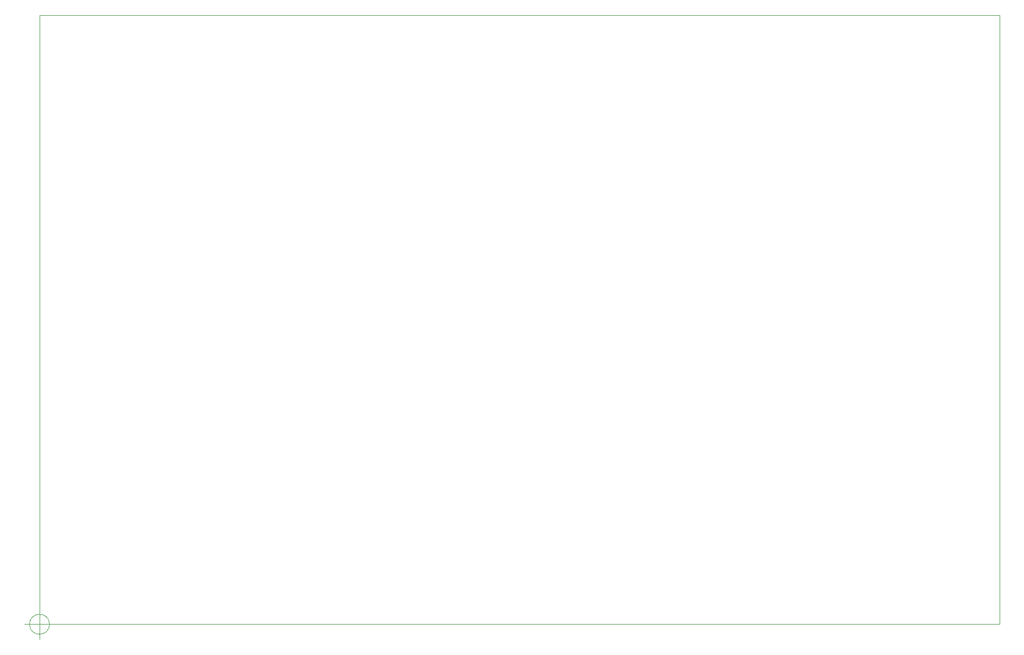
<source format=gbr>
%TF.GenerationSoftware,KiCad,Pcbnew,5.1.5-1.fc31*%
%TF.CreationDate,2020-02-21T03:24:36+01:00*%
%TF.ProjectId,board-35x62-2.54mm,626f6172-642d-4333-9578-36322d322e35,1.0*%
%TF.SameCoordinates,PX37b6b20PY8404630*%
%TF.FileFunction,Profile,NP*%
%FSLAX46Y46*%
G04 Gerber Fmt 4.6, Leading zero omitted, Abs format (unit mm)*
G04 Created by KiCad (PCBNEW 5.1.5-1.fc31) date 2020-02-21 03:24:36*
%MOMM*%
%LPD*%
G04 APERTURE LIST*
%ADD10C,0.050000*%
G04 APERTURE END LIST*
D10*
X1666666Y0D02*
G75*
G03X1666666Y0I-1666666J0D01*
G01*
X-2500000Y0D02*
X2500000Y0D01*
X0Y2500000D02*
X0Y-2500000D01*
X160020000Y101600000D02*
X160020000Y0D01*
X0Y101600000D02*
X160020000Y101600000D01*
X0Y0D02*
X0Y101600000D01*
X160020000Y0D02*
X0Y0D01*
M02*

</source>
